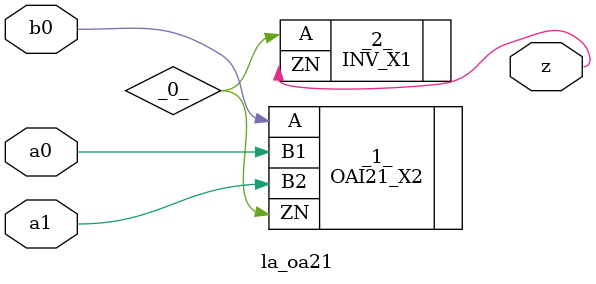
<source format=v>
/* Generated by Yosys 0.37 (git sha1 a5c7f69ed, clang 14.0.0-1ubuntu1.1 -fPIC -Os) */

module la_oa21(a0, a1, b0, z);
  wire _0_;
  input a0;
  wire a0;
  input a1;
  wire a1;
  input b0;
  wire b0;
  output z;
  wire z;
  OAI21_X2 _1_ (
    .A(b0),
    .B1(a0),
    .B2(a1),
    .ZN(_0_)
  );
  INV_X1 _2_ (
    .A(_0_),
    .ZN(z)
  );
endmodule

</source>
